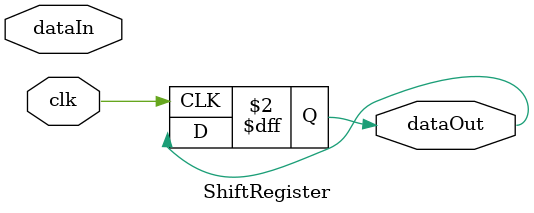
<source format=v>
`timescale 1ns / 1ps


module ShiftRegister(
//    enable,
    dataIn,
    dataOut,
    clk);
//    reset);
    
//    input enable;
    input dataIn;
    output reg dataOut;
    input clk;
//    input reset;
    
    always @ (posedge clk) begin
//        if (reset) begin
//            dataOut = 0;
//        end else if (enable) begin
//            dataOut = dataIn;
//        end else 
            dataOut = dataOut;
    end 
endmodule

</source>
